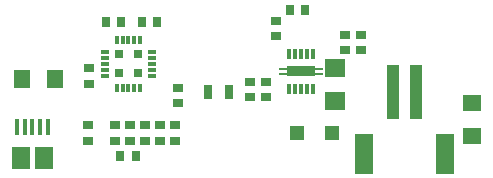
<source format=gbp>
G75*
%MOIN*%
%OFA0B0*%
%FSLAX24Y24*%
%IPPOS*%
%LPD*%
%AMOC8*
5,1,8,0,0,1.08239X$1,22.5*
%
%ADD10R,0.0118X0.0295*%
%ADD11R,0.0295X0.0118*%
%ADD12R,0.0315X0.0315*%
%ADD13R,0.0117X0.0335*%
%ADD14R,0.0276X0.0110*%
%ADD15R,0.0940X0.0340*%
%ADD16R,0.0512X0.0512*%
%ADD17R,0.0354X0.0276*%
%ADD18R,0.0276X0.0354*%
%ADD19R,0.0315X0.0472*%
%ADD20R,0.0394X0.1811*%
%ADD21R,0.0630X0.1339*%
%ADD22R,0.0630X0.0551*%
%ADD23R,0.0551X0.0630*%
%ADD24R,0.0709X0.0630*%
%ADD25R,0.0157X0.0531*%
%ADD26R,0.0591X0.0748*%
D10*
X048686Y004213D03*
X048883Y004213D03*
X049080Y004213D03*
X049277Y004213D03*
X049474Y004213D03*
X049474Y005787D03*
X049277Y005787D03*
X049080Y005787D03*
X048883Y005787D03*
X048686Y005787D03*
D11*
X048293Y005394D03*
X048293Y005197D03*
X048293Y005000D03*
X048293Y004803D03*
X048293Y004606D03*
X049867Y004606D03*
X049867Y004803D03*
X049867Y005000D03*
X049867Y005197D03*
X049867Y005394D03*
D12*
X049395Y005315D03*
X048765Y005315D03*
X048765Y004685D03*
X049395Y004685D03*
D13*
X054436Y004169D03*
X054633Y004169D03*
X054830Y004169D03*
X055027Y004169D03*
X055224Y004169D03*
X055224Y005331D03*
X055027Y005331D03*
X054830Y005331D03*
X054633Y005331D03*
X054436Y005331D03*
D14*
X054239Y004848D03*
X054239Y004652D03*
X055421Y004652D03*
X055421Y004848D03*
D15*
X054830Y004750D03*
D16*
X054689Y002700D03*
X055871Y002700D03*
D17*
X053680Y003894D03*
X053130Y003894D03*
X053130Y004406D03*
X053680Y004406D03*
X056300Y005464D03*
X056840Y005464D03*
X056840Y005976D03*
X056300Y005976D03*
X054000Y005924D03*
X054000Y006436D03*
X050730Y004206D03*
X050730Y003694D03*
X050630Y002956D03*
X050130Y002956D03*
X049630Y002956D03*
X049130Y002956D03*
X048630Y002956D03*
X047730Y002956D03*
X047730Y002444D03*
X048630Y002444D03*
X049130Y002444D03*
X049630Y002444D03*
X050130Y002444D03*
X050630Y002444D03*
X047780Y004344D03*
X047780Y004856D03*
D18*
X048324Y006400D03*
X048836Y006400D03*
X049524Y006400D03*
X050036Y006400D03*
X054464Y006810D03*
X054976Y006810D03*
X049326Y001920D03*
X048814Y001920D03*
D19*
X051726Y004050D03*
X052434Y004050D03*
D20*
X057886Y004057D03*
X058674Y004057D03*
D21*
X059619Y002009D03*
X056941Y002009D03*
D22*
X060530Y002599D03*
X060530Y003701D03*
D23*
X046631Y004500D03*
X045529Y004500D03*
D24*
X055980Y004851D03*
X055980Y003749D03*
D25*
X045368Y002903D03*
X045624Y002903D03*
X045880Y002903D03*
X046136Y002903D03*
X046392Y002903D03*
D26*
X046274Y001854D03*
X045486Y001850D03*
M02*

</source>
